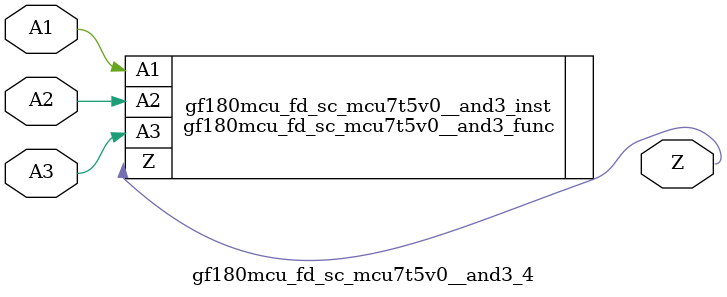
<source format=v>

`ifndef GF180MCU_FD_SC_MCU7T5V0__AND3_1_V
`define GF180MCU_FD_SC_MCU7T5V0__AND3_1_V

`include gf180mcu_fd_sc_mcu7t5v0__and3.v

`ifdef USE_POWER_PINS
module gf180mcu_fd_sc_mcu7t5v0__and3_4( A3, A2, A1, Z, VDD, VSS );
inout VDD, VSS;
`else // If not USE_POWER_PINS
module gf180mcu_fd_sc_mcu7t5v0__and3_4( A3, A2, A1, Z );
`endif // If not USE_POWER_PINS
input A1, A2, A3;
output Z;

`ifdef USE_POWER_PINS
  gf180mcu_fd_sc_mcu7t5v0__and3_func gf180mcu_fd_sc_mcu7t5v0__and3_inst(.A3(A3),.A2(A2),.A1(A1),.Z(Z),.VDD(VDD),.VSS(VSS));
`else // If not USE_POWER_PINS
  gf180mcu_fd_sc_mcu7t5v0__and3_func gf180mcu_fd_sc_mcu7t5v0__and3_inst(.A3(A3),.A2(A2),.A1(A1),.Z(Z));
`endif // If not USE_POWER_PINS

`ifndef FUNCTIONAL
	// spec_gates_begin


	// spec_gates_end



   specify

	// specify_block_begin

	// comb arc A1 --> Z
	 (A1 => Z) = (1.0,1.0);

	// comb arc A2 --> Z
	 (A2 => Z) = (1.0,1.0);

	// comb arc A3 --> Z
	 (A3 => Z) = (1.0,1.0);

	// specify_block_end

   endspecify

   `endif

endmodule
`endif

</source>
